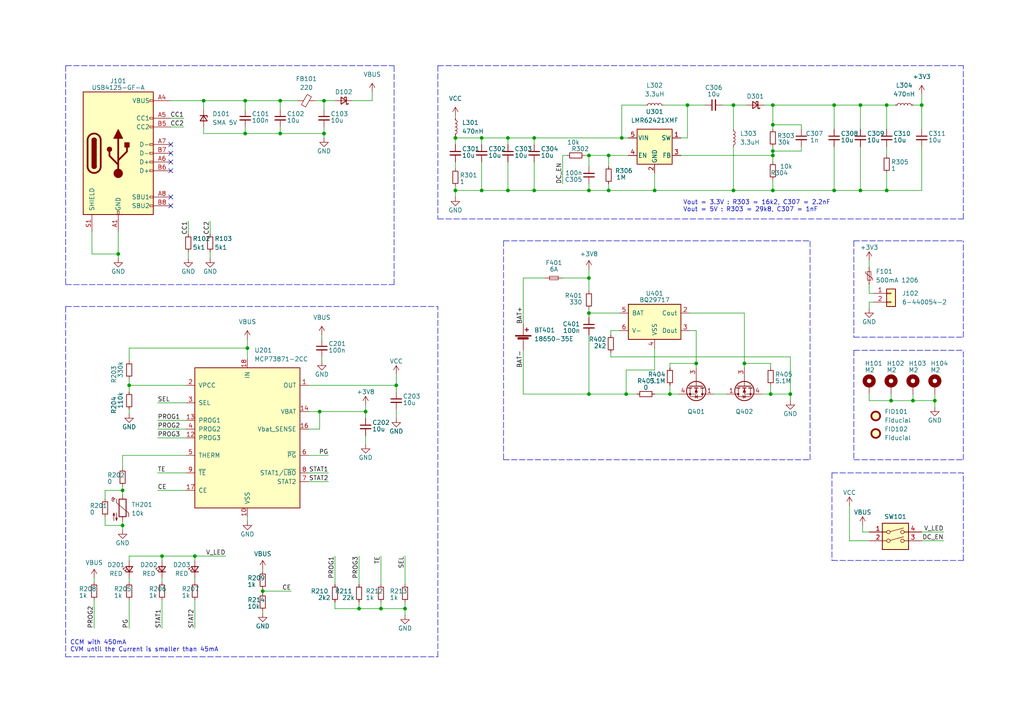
<source format=kicad_sch>
(kicad_sch (version 20211123) (generator eeschema)
  (paper "A4")
  (junction (at 147.32 55.245))
  (junction (at 110.49 176.53))
  (junction (at 224.155 43.815))
  (junction (at 176.53 55.245))
  (junction (at 35.56 142.24))
  (junction (at 258.445 116.205))
  (junction (at 170.815 55.245))
  (junction (at 71.12 38.735))
  (junction (at 71.755 100.965))
  (junction (at 212.725 55.245))
  (junction (at 176.53 45.085))
  (junction (at 215.9 105.41))
  (junction (at 271.145 116.205))
  (junction (at 170.815 114.3))
  (junction (at 37.465 111.76))
  (junction (at 154.94 40.005))
  (junction (at 139.7 55.245))
  (junction (at 199.39 30.48))
  (junction (at 104.14 176.53))
  (junction (at 93.98 38.735))
  (junction (at 117.475 176.53))
  (junction (at 81.28 38.735))
  (junction (at 241.935 55.245))
  (junction (at 71.12 29.21))
  (junction (at 139.7 40.005))
  (junction (at 132.08 55.245))
  (junction (at 154.94 55.245))
  (junction (at 35.56 152.4))
  (junction (at 170.815 80.645))
  (junction (at 229.235 114.3))
  (junction (at 212.725 30.48))
  (junction (at 56.515 161.29))
  (junction (at 249.555 55.245))
  (junction (at 114.935 111.76))
  (junction (at 241.935 30.48))
  (junction (at 267.335 30.48))
  (junction (at 223.52 114.3))
  (junction (at 257.175 30.48))
  (junction (at 147.32 40.005))
  (junction (at 132.08 40.005))
  (junction (at 224.155 36.195))
  (junction (at 81.28 29.21))
  (junction (at 93.98 29.21))
  (junction (at 34.29 73.66))
  (junction (at 201.93 105.41))
  (junction (at 106.045 119.38))
  (junction (at 189.865 55.245))
  (junction (at 76.2 171.45))
  (junction (at 224.155 30.48))
  (junction (at 92.71 119.38))
  (junction (at 180.34 40.005))
  (junction (at 224.155 55.245))
  (junction (at 170.815 45.085))
  (junction (at 46.99 161.29))
  (junction (at 170.815 90.805))
  (junction (at 264.795 116.205))
  (junction (at 249.555 30.48))
  (junction (at 59.055 29.21))
  (junction (at 224.155 45.085))
  (junction (at 194.31 114.3))
  (junction (at 181.61 114.3))
  (junction (at 257.175 55.245))
  (no_connect (at 49.53 59.69))
  (no_connect (at 49.53 57.15))
  (no_connect (at 49.53 41.91))
  (no_connect (at 49.53 49.53))
  (no_connect (at 49.53 46.99))
  (no_connect (at 49.53 44.45))
  (wire (pts (xy 59.055 36.83) (xy 59.055 38.735)))
  (wire (pts (xy 59.055 29.21) (xy 59.055 31.75)))
  (wire (pts (xy 89.535 119.38) (xy 92.71 119.38)))
  (wire (pts (xy 45.72 121.92) (xy 53.975 121.92)))
  (wire (pts (xy 224.155 42.545) (xy 224.155 43.815)))
  (wire (pts (xy 179.705 95.885) (xy 177.165 95.885)))
  (wire (pts (xy 59.055 38.735) (xy 71.12 38.735)))
  (wire (pts (xy 71.755 98.425) (xy 71.755 100.965)))
  (wire (pts (xy 176.53 53.34) (xy 176.53 55.245)))
  (wire (pts (xy 180.34 40.005) (xy 182.245 40.005)))
  (wire (pts (xy 92.71 119.38) (xy 106.045 119.38)))
  (wire (pts (xy 252.095 75.565) (xy 252.095 77.47)))
  (wire (pts (xy 271.145 116.205) (xy 271.145 118.11)))
  (wire (pts (xy 59.055 29.21) (xy 71.12 29.21)))
  (wire (pts (xy 180.34 30.48) (xy 180.34 40.005)))
  (wire (pts (xy 179.705 90.805) (xy 170.815 90.805)))
  (wire (pts (xy 267.335 30.48) (xy 267.335 37.465)))
  (polyline (pts (xy 19.05 82.55) (xy 114.3 82.55)))
  (wire (pts (xy 223.52 105.41) (xy 215.9 105.41)))
  (wire (pts (xy 194.31 106.68) (xy 194.31 105.41)))
  (wire (pts (xy 224.155 45.085) (xy 224.155 46.99)))
  (wire (pts (xy 170.815 97.155) (xy 170.815 114.3)))
  (wire (pts (xy 34.29 67.31) (xy 34.29 73.66)))
  (wire (pts (xy 147.32 41.91) (xy 147.32 40.005)))
  (wire (pts (xy 177.165 102.235) (xy 177.165 103.505)))
  (wire (pts (xy 49.53 34.29) (xy 53.34 34.29)))
  (wire (pts (xy 76.2 177.165) (xy 76.2 177.8)))
  (wire (pts (xy 215.9 105.41) (xy 215.9 106.68)))
  (wire (pts (xy 241.935 42.545) (xy 241.935 55.245)))
  (wire (pts (xy 45.72 116.84) (xy 53.975 116.84)))
  (wire (pts (xy 154.94 41.91) (xy 154.94 40.005)))
  (wire (pts (xy 249.555 42.545) (xy 249.555 55.245)))
  (wire (pts (xy 104.14 174.625) (xy 104.14 176.53)))
  (wire (pts (xy 223.52 114.3) (xy 223.52 111.76)))
  (wire (pts (xy 267.335 42.545) (xy 267.335 55.245)))
  (wire (pts (xy 264.795 114.3) (xy 264.795 116.205)))
  (wire (pts (xy 37.465 182.245) (xy 37.465 173.99)))
  (wire (pts (xy 229.235 114.3) (xy 229.235 116.205)))
  (polyline (pts (xy 247.65 69.85) (xy 279.4 69.85)))
  (wire (pts (xy 71.12 29.21) (xy 81.28 29.21)))
  (wire (pts (xy 30.48 149.86) (xy 30.48 152.4)))
  (wire (pts (xy 201.93 95.885) (xy 201.93 105.41)))
  (wire (pts (xy 199.39 40.005) (xy 199.39 30.48)))
  (wire (pts (xy 56.515 161.29) (xy 46.99 161.29)))
  (wire (pts (xy 106.045 121.285) (xy 106.045 119.38)))
  (wire (pts (xy 93.98 38.735) (xy 81.28 38.735)))
  (wire (pts (xy 163.195 80.645) (xy 170.815 80.645)))
  (polyline (pts (xy 146.05 133.35) (xy 234.95 133.35)))
  (wire (pts (xy 194.31 114.3) (xy 196.85 114.3)))
  (wire (pts (xy 71.12 36.83) (xy 71.12 38.735)))
  (polyline (pts (xy 279.4 63.5) (xy 279.4 19.05)))
  (wire (pts (xy 46.99 161.29) (xy 37.465 161.29)))
  (wire (pts (xy 102.235 29.21) (xy 107.95 29.21)))
  (wire (pts (xy 117.475 174.625) (xy 117.475 176.53)))
  (wire (pts (xy 117.475 161.29) (xy 117.475 169.545)))
  (polyline (pts (xy 146.05 69.85) (xy 146.05 133.35)))
  (wire (pts (xy 147.32 46.99) (xy 147.32 55.245)))
  (wire (pts (xy 26.67 73.66) (xy 34.29 73.66)))
  (wire (pts (xy 257.175 30.48) (xy 257.175 37.465)))
  (polyline (pts (xy 247.65 97.79) (xy 279.4 97.79)))
  (polyline (pts (xy 247.65 101.6) (xy 279.4 101.6)))
  (wire (pts (xy 30.48 142.24) (xy 35.56 142.24)))
  (wire (pts (xy 132.08 53.975) (xy 132.08 55.245)))
  (wire (pts (xy 249.555 55.245) (xy 241.935 55.245)))
  (wire (pts (xy 132.08 39.37) (xy 132.08 40.005)))
  (wire (pts (xy 34.29 73.66) (xy 34.29 74.93)))
  (wire (pts (xy 37.465 118.745) (xy 37.465 120.015)))
  (wire (pts (xy 46.99 167.64) (xy 46.99 168.91)))
  (wire (pts (xy 110.49 161.29) (xy 110.49 169.545)))
  (wire (pts (xy 151.765 80.645) (xy 151.765 93.98)))
  (wire (pts (xy 117.475 176.53) (xy 110.49 176.53)))
  (wire (pts (xy 257.175 30.48) (xy 259.715 30.48)))
  (wire (pts (xy 81.28 29.21) (xy 86.36 29.21)))
  (wire (pts (xy 27.305 167.64) (xy 27.305 168.91)))
  (wire (pts (xy 267.335 27.305) (xy 267.335 30.48)))
  (wire (pts (xy 139.7 46.99) (xy 139.7 55.245)))
  (wire (pts (xy 212.725 30.48) (xy 209.55 30.48)))
  (wire (pts (xy 56.515 162.56) (xy 56.515 161.29)))
  (wire (pts (xy 35.56 152.4) (xy 35.56 153.67)))
  (polyline (pts (xy 127 63.5) (xy 279.4 63.5)))
  (wire (pts (xy 76.2 165.1) (xy 76.2 165.735)))
  (wire (pts (xy 249.555 30.48) (xy 249.555 37.465)))
  (wire (pts (xy 139.7 41.91) (xy 139.7 40.005)))
  (wire (pts (xy 154.94 40.005) (xy 180.34 40.005)))
  (wire (pts (xy 181.61 114.3) (xy 184.785 114.3)))
  (wire (pts (xy 252.095 154.305) (xy 250.19 154.305)))
  (wire (pts (xy 37.465 161.29) (xy 37.465 162.56)))
  (wire (pts (xy 104.14 176.53) (xy 110.49 176.53)))
  (wire (pts (xy 224.155 30.48) (xy 224.155 36.195)))
  (polyline (pts (xy 247.65 101.6) (xy 247.65 133.35)))
  (wire (pts (xy 132.08 46.99) (xy 132.08 48.895)))
  (wire (pts (xy 154.94 46.99) (xy 154.94 55.245)))
  (wire (pts (xy 45.72 124.46) (xy 53.975 124.46)))
  (wire (pts (xy 35.56 140.97) (xy 35.56 142.24)))
  (wire (pts (xy 92.71 124.46) (xy 92.71 119.38)))
  (wire (pts (xy 89.535 124.46) (xy 92.71 124.46)))
  (wire (pts (xy 200.025 90.805) (xy 215.9 90.805)))
  (wire (pts (xy 35.56 142.24) (xy 35.56 143.51)))
  (wire (pts (xy 49.53 36.83) (xy 53.34 36.83)))
  (wire (pts (xy 200.025 95.885) (xy 201.93 95.885)))
  (wire (pts (xy 267.335 156.845) (xy 273.685 156.845)))
  (polyline (pts (xy 234.95 133.35) (xy 234.95 69.85)))
  (polyline (pts (xy 241.3 162.56) (xy 279.4 162.56)))
  (wire (pts (xy 54.61 73.025) (xy 54.61 74.93)))
  (wire (pts (xy 246.38 146.685) (xy 246.38 156.845)))
  (wire (pts (xy 110.49 174.625) (xy 110.49 176.53)))
  (wire (pts (xy 194.31 111.76) (xy 194.31 114.3)))
  (wire (pts (xy 192.405 30.48) (xy 199.39 30.48)))
  (wire (pts (xy 93.98 29.21) (xy 93.98 31.75)))
  (wire (pts (xy 114.935 108.585) (xy 114.935 111.76)))
  (wire (pts (xy 207.01 114.3) (xy 210.82 114.3)))
  (wire (pts (xy 197.485 45.085) (xy 224.155 45.085)))
  (polyline (pts (xy 146.05 69.85) (xy 234.95 69.85)))
  (wire (pts (xy 194.31 105.41) (xy 201.93 105.41)))
  (wire (pts (xy 147.32 40.005) (xy 139.7 40.005)))
  (wire (pts (xy 229.235 114.3) (xy 223.52 114.3)))
  (polyline (pts (xy 114.3 82.55) (xy 114.3 19.05)))
  (wire (pts (xy 76.2 170.815) (xy 76.2 171.45)))
  (wire (pts (xy 201.93 105.41) (xy 201.93 106.68)))
  (wire (pts (xy 212.725 30.48) (xy 216.535 30.48)))
  (wire (pts (xy 46.99 162.56) (xy 46.99 161.29)))
  (wire (pts (xy 176.53 45.085) (xy 182.245 45.085)))
  (wire (pts (xy 264.795 116.205) (xy 271.145 116.205)))
  (wire (pts (xy 224.155 36.195) (xy 232.41 36.195)))
  (wire (pts (xy 37.465 100.965) (xy 71.755 100.965)))
  (wire (pts (xy 252.095 116.205) (xy 258.445 116.205)))
  (wire (pts (xy 232.41 42.545) (xy 232.41 43.815)))
  (wire (pts (xy 132.08 55.245) (xy 132.08 57.15)))
  (polyline (pts (xy 19.05 19.05) (xy 114.3 19.05)))
  (wire (pts (xy 252.095 82.55) (xy 252.095 85.09)))
  (wire (pts (xy 170.815 78.105) (xy 170.815 80.645)))
  (polyline (pts (xy 279.4 162.56) (xy 279.4 137.16)))
  (wire (pts (xy 267.335 154.305) (xy 273.685 154.305)))
  (wire (pts (xy 71.755 151.13) (xy 71.755 149.86)))
  (wire (pts (xy 35.56 151.13) (xy 35.56 152.4)))
  (polyline (pts (xy 247.65 69.85) (xy 247.65 97.79)))
  (wire (pts (xy 106.045 126.365) (xy 106.045 128.905)))
  (wire (pts (xy 35.56 132.08) (xy 35.56 135.89)))
  (wire (pts (xy 176.53 55.245) (xy 189.865 55.245)))
  (wire (pts (xy 49.53 29.21) (xy 59.055 29.21)))
  (wire (pts (xy 271.145 116.205) (xy 271.145 114.3)))
  (wire (pts (xy 252.095 89.535) (xy 252.095 87.63)))
  (wire (pts (xy 229.235 103.505) (xy 229.235 114.3)))
  (wire (pts (xy 114.935 111.76) (xy 114.935 113.665)))
  (wire (pts (xy 252.095 87.63) (xy 253.365 87.63)))
  (wire (pts (xy 60.96 73.025) (xy 60.96 74.93)))
  (wire (pts (xy 71.12 38.735) (xy 81.28 38.735)))
  (wire (pts (xy 257.175 50.165) (xy 257.175 55.245)))
  (wire (pts (xy 189.865 50.165) (xy 189.865 55.245)))
  (polyline (pts (xy 19.05 88.9) (xy 127 88.9)))
  (wire (pts (xy 151.765 114.3) (xy 170.815 114.3)))
  (wire (pts (xy 170.815 45.085) (xy 176.53 45.085)))
  (wire (pts (xy 232.41 43.815) (xy 224.155 43.815)))
  (wire (pts (xy 97.155 161.29) (xy 97.155 169.545)))
  (wire (pts (xy 197.485 40.005) (xy 199.39 40.005)))
  (wire (pts (xy 170.815 90.805) (xy 170.815 92.075)))
  (wire (pts (xy 37.465 111.76) (xy 37.465 113.665)))
  (wire (pts (xy 93.98 38.735) (xy 93.98 40.005)))
  (wire (pts (xy 189.865 55.245) (xy 212.725 55.245)))
  (wire (pts (xy 223.52 106.68) (xy 223.52 105.41)))
  (wire (pts (xy 170.815 80.645) (xy 170.815 84.455)))
  (wire (pts (xy 241.935 30.48) (xy 241.935 37.465)))
  (polyline (pts (xy 247.65 133.35) (xy 279.4 133.35)))
  (wire (pts (xy 224.155 55.245) (xy 241.935 55.245)))
  (polyline (pts (xy 279.4 97.79) (xy 279.4 69.85)))
  (wire (pts (xy 37.465 111.76) (xy 37.465 109.855)))
  (wire (pts (xy 93.98 29.21) (xy 97.155 29.21)))
  (polyline (pts (xy 127 19.05) (xy 279.4 19.05)))
  (wire (pts (xy 151.765 101.6) (xy 151.765 114.3)))
  (wire (pts (xy 95.25 132.08) (xy 89.535 132.08)))
  (wire (pts (xy 76.2 171.45) (xy 76.2 172.085)))
  (wire (pts (xy 176.53 45.085) (xy 176.53 48.26)))
  (wire (pts (xy 95.25 137.16) (xy 89.535 137.16)))
  (wire (pts (xy 224.155 43.815) (xy 224.155 45.085)))
  (wire (pts (xy 37.465 111.76) (xy 53.975 111.76)))
  (wire (pts (xy 81.28 36.83) (xy 81.28 38.735)))
  (wire (pts (xy 258.445 116.205) (xy 264.795 116.205)))
  (wire (pts (xy 169.545 45.085) (xy 170.815 45.085)))
  (wire (pts (xy 212.725 37.465) (xy 212.725 30.48)))
  (wire (pts (xy 91.44 29.21) (xy 93.98 29.21)))
  (wire (pts (xy 71.755 100.965) (xy 71.755 104.14)))
  (wire (pts (xy 37.465 104.775) (xy 37.465 100.965)))
  (wire (pts (xy 132.08 40.005) (xy 132.08 41.91)))
  (wire (pts (xy 177.165 103.505) (xy 229.235 103.505)))
  (wire (pts (xy 89.535 111.76) (xy 114.935 111.76)))
  (wire (pts (xy 232.41 36.195) (xy 232.41 37.465)))
  (polyline (pts (xy 19.05 19.05) (xy 19.05 82.55)))
  (wire (pts (xy 221.615 30.48) (xy 224.155 30.48)))
  (wire (pts (xy 117.475 176.53) (xy 117.475 178.435)))
  (wire (pts (xy 45.72 137.16) (xy 53.975 137.16)))
  (wire (pts (xy 220.98 114.3) (xy 223.52 114.3)))
  (wire (pts (xy 170.815 53.34) (xy 170.815 55.245)))
  (wire (pts (xy 106.045 117.475) (xy 106.045 119.38)))
  (wire (pts (xy 107.95 26.67) (xy 107.95 29.21)))
  (wire (pts (xy 187.325 30.48) (xy 180.34 30.48)))
  (wire (pts (xy 147.32 55.245) (xy 139.7 55.245)))
  (wire (pts (xy 104.14 161.29) (xy 104.14 169.545)))
  (wire (pts (xy 46.99 182.245) (xy 46.99 173.99)))
  (wire (pts (xy 189.865 100.965) (xy 189.865 107.315)))
  (wire (pts (xy 264.795 30.48) (xy 267.335 30.48)))
  (wire (pts (xy 170.815 90.805) (xy 170.815 89.535)))
  (wire (pts (xy 215.9 90.805) (xy 215.9 105.41)))
  (polyline (pts (xy 279.4 133.35) (xy 279.4 101.6)))
  (wire (pts (xy 97.155 174.625) (xy 97.155 176.53)))
  (wire (pts (xy 258.445 114.3) (xy 258.445 116.205)))
  (wire (pts (xy 27.305 182.245) (xy 27.305 173.99)))
  (wire (pts (xy 54.61 67.945) (xy 54.61 64.135)))
  (wire (pts (xy 199.39 30.48) (xy 204.47 30.48)))
  (polyline (pts (xy 19.05 190.5) (xy 127 190.5)))
  (wire (pts (xy 224.155 52.07) (xy 224.155 55.245)))
  (wire (pts (xy 154.94 55.245) (xy 147.32 55.245)))
  (wire (pts (xy 212.725 55.245) (xy 224.155 55.245)))
  (wire (pts (xy 132.08 33.655) (xy 132.08 34.29)))
  (wire (pts (xy 26.67 67.31) (xy 26.67 73.66)))
  (wire (pts (xy 147.32 40.005) (xy 154.94 40.005)))
  (wire (pts (xy 164.465 45.085) (xy 163.195 45.085)))
  (wire (pts (xy 250.19 154.305) (xy 250.19 152.4)))
  (wire (pts (xy 252.095 85.09) (xy 253.365 85.09)))
  (polyline (pts (xy 241.3 137.16) (xy 241.3 162.56)))
  (wire (pts (xy 170.815 114.3) (xy 181.61 114.3)))
  (wire (pts (xy 37.465 167.64) (xy 37.465 168.91)))
  (polyline (pts (xy 127 190.5) (xy 127 88.9)))
  (wire (pts (xy 56.515 161.29) (xy 65.405 161.29)))
  (wire (pts (xy 249.555 55.245) (xy 257.175 55.245)))
  (wire (pts (xy 257.175 42.545) (xy 257.175 45.085)))
  (wire (pts (xy 158.115 80.645) (xy 151.765 80.645)))
  (wire (pts (xy 71.12 31.75) (xy 71.12 29.21)))
  (wire (pts (xy 224.155 30.48) (xy 241.935 30.48)))
  (wire (pts (xy 81.28 29.21) (xy 81.28 31.75)))
  (wire (pts (xy 114.935 118.745) (xy 114.935 121.285)))
  (polyline (pts (xy 241.3 137.16) (xy 279.4 137.16)))
  (wire (pts (xy 56.515 182.245) (xy 56.515 173.99)))
  (wire (pts (xy 189.865 114.3) (xy 194.31 114.3)))
  (wire (pts (xy 132.08 40.005) (xy 139.7 40.005)))
  (wire (pts (xy 252.095 114.3) (xy 252.095 116.205)))
  (wire (pts (xy 189.865 107.315) (xy 181.61 107.315)))
  (wire (pts (xy 212.725 42.545) (xy 212.725 55.245)))
  (wire (pts (xy 163.195 45.085) (xy 163.195 53.34)))
  (wire (pts (xy 177.165 95.885) (xy 177.165 97.155)))
  (wire (pts (xy 93.345 97.155) (xy 93.345 98.425)))
  (wire (pts (xy 154.94 55.245) (xy 170.815 55.245)))
  (wire (pts (xy 60.96 67.945) (xy 60.96 64.135)))
  (wire (pts (xy 95.25 139.7) (xy 89.535 139.7)))
  (wire (pts (xy 30.48 152.4) (xy 35.56 152.4)))
  (wire (pts (xy 139.7 55.245) (xy 132.08 55.245)))
  (wire (pts (xy 170.815 55.245) (xy 176.53 55.245)))
  (wire (pts (xy 181.61 107.315) (xy 181.61 114.3)))
  (wire (pts (xy 56.515 167.64) (xy 56.515 168.91)))
  (wire (pts (xy 249.555 30.48) (xy 241.935 30.48)))
  (wire (pts (xy 224.155 37.465) (xy 224.155 36.195)))
  (wire (pts (xy 93.345 103.505) (xy 93.345 104.775)))
  (wire (pts (xy 93.98 36.83) (xy 93.98 38.735)))
  (polyline (pts (xy 127 19.05) (xy 127 63.5)))
  (wire (pts (xy 45.72 127) (xy 53.975 127)))
  (polyline (pts (xy 19.05 88.9) (xy 19.05 190.5)))
  (wire (pts (xy 97.155 176.53) (xy 104.14 176.53)))
  (wire (pts (xy 170.815 48.26) (xy 170.815 45.085)))
  (wire (pts (xy 84.455 171.45) (xy 76.2 171.45)))
  (wire (pts (xy 249.555 30.48) (xy 257.175 30.48)))
  (wire (pts (xy 246.38 156.845) (xy 252.095 156.845)))
  (wire (pts (xy 30.48 144.78) (xy 30.48 142.24)))
  (wire (pts (xy 257.175 55.245) (xy 267.335 55.245)))
  (wire (pts (xy 53.975 132.08) (xy 35.56 132.08)))
  (wire (pts (xy 45.72 142.24) (xy 53.975 142.24)))
  (text "Vout = 3.3V : R303 = 16k2, C307 = 2.2nF \nVout = 5V : R303 = 29k8, C307 = 1nF\n" (at 198.12 61.595 0) (effects (font (size 1.27 1.27)) (justify left bottom)))
  (text "CCM with 450mA\nCVM until the Current is smaller than 45mA" (at 20.32 189.23 0) (effects (font (size 1.27 1.27)) (justify left bottom)))
  (label "PROG1" (at 45.72 121.92 0))
  (label "CE" (at 45.72 142.24 0))
  (label "TE" (at 45.72 137.16 0))
  (label "PG" (at 37.465 182.245 90))
  (label "PROG3" (at 45.72 127 0))
  (label "PG" (at 95.25 132.08 180))
  (label "PROG2" (at 45.72 124.46 0))
  (label "STAT2" (at 95.25 139.7 180))
  (label "PROG1" (at 97.155 161.29 270))
  (label "BAT-" (at 151.765 101.6 270))
  (label "SEL" (at 117.475 161.29 270))
  (label "CC1" (at 53.34 34.29 180))
  (label "CC1" (at 54.61 64.135 270))
  (label "STAT2" (at 56.515 182.245 90))
  (label "STAT1" (at 95.25 137.16 180))
  (label "PROG3" (at 104.14 161.29 270))
  (label "V_LED" (at 65.405 161.29 180))
  (label "DC_EN" (at 163.195 53.34 90))
  (label "TE" (at 110.49 161.29 270))
  (label "STAT1" (at 46.99 182.245 90))
  (label "CC2" (at 60.96 64.135 270))
  (label "CE" (at 84.455 171.45 180))
  (label "PROG2" (at 27.305 182.245 90))
  (label "V_LED" (at 273.685 154.305 180))
  (label "SEL" (at 45.72 116.84 0))
  (label "DC_EN" (at 273.685 156.845 180))
  (label "CC2" (at 53.34 36.83 180))
  (label "BAT+" (at 151.765 93.98 90))
  (symbol (lib_id "power:VBUS") (at 76.2 165.1 0) (unit 1)
    (property "Reference" "#PWR0110" (effects hide))
    (property "Value" "VBUS" (at 76.2 160.655 0))
  )
  (symbol (lib_id "Mechanical:MountingHole_Pad") (at 252.095 111.76 0) (unit 1)
    (property "Reference" "H101" (at 250.825 105.41 0) (effects (justify left)))
    (property "Value" "M2" (at 250.825 107.315 0) (effects (justify left)))
    (property "Footprint" "MountingHole:MountingHole_2.2mm_M2_Pad" (effects hide))
  )
  (symbol (lib_id "power:GND") (at 37.465 120.015 0) (unit 1)
    (property "Reference" "#PWR0202" (effects hide))
    (property "Value" "GND" (at 37.465 123.825 0))
  )
  (symbol (lib_id "Device:C_Small") (at 170.815 94.615 0) (mirror y) (unit 1)
    (property "Reference" "C401" (at 168.275 93.98 0) (effects (justify left)))
    (property "Value" "100n" (at 168.275 95.8912 0) (effects (justify left)))
    (property "Footprint" "Capacitor_SMD:C_0603_1608Metric" (effects hide))
    (property "Datasheet" "https://www.mouser.de/datasheet/2/585/MLCC_Automotive-1837966.pdf" (effects hide))
    (property "Mouser Part Nr." "187-CL10B104KO8WPNC " (effects hide))
  )
  (symbol (lib_id "Device:R_Small") (at 30.48 147.32 0) (unit 1)
    (property "Reference" "R201" (at 26.035 146.6851 0) (effects (justify left)))
    (property "Value" "0" (at 26.035 148.59 0) (effects (justify left)))
    (property "Footprint" "Resistor_SMD:R_0603_1608Metric" (effects hide))
    (property "Datasheet" "https://www.mouser.de/datasheet/2/447/PYu_RC_Group_51_RoHS_L_11-1984063.pdf" (effects hide))
    (property "Mouser Part Nr." "603-RC0603JR-070RL " (effects hide))
  )
  (symbol (lib_id "power:GND") (at 132.08 57.15 0) (unit 1)
    (property "Reference" "#PWR0302" (effects hide))
    (property "Value" "GND" (at 132.08 60.96 0))
  )
  (symbol (lib_id "Device:C_Small") (at 232.41 40.005 0) (unit 1)
    (property "Reference" "C307" (at 236.22 38.735 0))
    (property "Value" "1n" (at 236.22 40.64 0))
    (property "Footprint" "Capacitor_SMD:C_0603_1608Metric" (effects hide))
    (property "Datasheet" "https://www.mouser.de/datasheet/2/585/MLCC-1837944.pdf" (effects hide))
    (property "Mouser Part Nr." "187-CL10C102JB8NNND " (effects hide))
  )
  (symbol (lib_id "Device:R_Small") (at 37.465 107.315 180) (unit 1)
    (property "Reference" "R203" (at 33.02 106.045 90) (effects (justify left)))
    (property "Value" "330k" (at 34.925 104.775 90) (effects (justify left)))
    (property "Footprint" "Resistor_SMD:R_0603_1608Metric" (effects hide))
    (property "Datasheet" "https://www.mouser.de/datasheet/2/447/PYu_RC_Group_51_RoHS_L_11-1984063.pdf" (effects hide))
    (property "Mouser Part Nr." "603-RC0603FR-13330KL " (effects hide))
  )
  (symbol (lib_id "Device:D_Schottky_Small") (at 99.695 29.21 180) (unit 1)
    (property "Reference" "D102" (at 99.695 26.67 0))
    (property "Value" "ACDBMS240-HF " (effects hide))
    (property "Footprint" "Diode_SMD:D_SOD-123F" (effects hide))
    (property "Datasheet" "https://www.mouser.de/datasheet/2/80/12030_20190322133442-2933606.pdf" (effects hide))
    (property "Mouser Part Nr." "750-ACDBMS240-HF " (effects hide))
  )
  (symbol (lib_id "Device:R_Small") (at 27.305 171.45 0) (unit 1)
    (property "Reference" "R208" (at 22.86 170.815 0) (effects (justify left)))
    (property "Value" "1k" (at 22.86 172.72 0) (effects (justify left)))
    (property "Footprint" "Resistor_SMD:R_0603_1608Metric" (effects hide))
    (property "Datasheet" "https://www.mouser.de/datasheet/2/447/PYu_RC_Group_51_RoHS_L_11-1984063.pdf" (effects hide))
    (property "Mouser Part Nr." "603-RC0603JR-071KL " (effects hide))
  )
  (symbol (lib_id "Device:C_Small") (at 257.175 40.005 0) (unit 1)
    (property "Reference" "C310" (at 259.08 38.7412 0) (effects (justify left)))
    (property "Value" "10u" (at 259.08 40.64 0) (effects (justify left)))
    (property "Footprint" "Capacitor_SMD:C_0805_2012Metric" (effects hide))
    (property "Datasheet" "https://www.mouser.de/datasheet/2/585/MLCC-1837944.pdf" (effects hide))
    (property "Mouser Part Nr." "187-CL21A106KOQNNNE " (effects hide))
  )
  (symbol (lib_id "Device:R_Small") (at 37.465 116.205 180) (unit 1)
    (property "Reference" "R204" (at 33.02 114.935 90) (effects (justify left)))
    (property "Value" "110k" (at 34.925 113.665 90) (effects (justify left)))
    (property "Footprint" "Resistor_SMD:R_0603_1608Metric" (effects hide))
    (property "Datasheet" "https://www.mouser.de/datasheet/2/447/PYu_RC_Group_51_RoHS_L_11-1984063.pdf" (effects hide))
    (property "Mouser Part Nr." "603-RC0603JR-13110KL " (effects hide))
  )
  (symbol (lib_id "Connector_Generic:Conn_01x02") (at 258.445 85.09 0) (unit 1)
    (property "Reference" "J102" (at 261.62 85.0899 0) (effects (justify left)))
    (property "Value" "6-440054-2 " (at 261.62 87.6299 0) (effects (justify left)))
    (property "Footprint" "Parts_Library:6-440054-2 2 Pin Header" (effects hide))
    (property "Datasheet" "https://www.te.com/commerce/DocumentDelivery/DDEController?Action=srchrtrv&DocNm=440054&DocType=Customer+Drawing&DocLang=English&PartCntxt=6-440054-2&DocFormat=pdf" (effects hide))
    (property "Mouser Part Nr." "6-440054-2 " (effects hide))
  )
  (symbol (lib_id "power:VBUS") (at 71.755 98.425 0) (unit 1)
    (property "Reference" "#PWR0204" (effects hide))
    (property "Value" "VBUS" (at 71.755 93.345 0))
  )
  (symbol (lib_id "power:+3V8") (at 170.815 78.105 0) (unit 1)
    (property "Reference" "#PWR0401" (effects hide))
    (property "Value" "+3V8" (at 170.815 73.66 0))
  )
  (symbol (lib_id "Device:C_Small") (at 93.98 34.29 0) (unit 1)
    (property "Reference" "C103" (at 95.885 33.0262 0) (effects (justify left)))
    (property "Value" "10u" (at 95.885 34.925 0) (effects (justify left)))
    (property "Footprint" "Capacitor_SMD:C_0805_2012Metric" (effects hide))
    (property "Datasheet" "https://www.mouser.de/datasheet/2/585/MLCC-1837944.pdf" (effects hide))
    (property "Mouser Part Nr." "187-CL21A106KOQNNNE " (effects hide))
  )
  (symbol (lib_id "Mechanical:MountingHole_Pad") (at 264.795 111.76 0) (unit 1)
    (property "Reference" "H103" (at 263.525 105.41 0) (effects (justify left)))
    (property "Value" "M2" (at 263.525 107.315 0) (effects (justify left)))
    (property "Footprint" "MountingHole:MountingHole_2.2mm_M2_Pad" (effects hide))
  )
  (symbol (lib_id "Mechanical:MountingHole_Pad") (at 258.445 111.76 0) (unit 1)
    (property "Reference" "H102" (at 257.175 105.41 0) (effects (justify left)))
    (property "Value" "M2" (at 257.175 107.315 0) (effects (justify left)))
    (property "Footprint" "MountingHole:MountingHole_2.2mm_M2_Pad" (effects hide))
  )
  (symbol (lib_id "Device:C_Small") (at 71.12 34.29 0) (unit 1)
    (property "Reference" "C101" (at 73.025 33.0262 0) (effects (justify left)))
    (property "Value" "100n" (at 73.025 34.925 0) (effects (justify left)))
    (property "Footprint" "Capacitor_SMD:C_0603_1608Metric" (effects hide))
    (property "Datasheet" "https://www.mouser.de/datasheet/2/585/MLCC_Automotive-1837966.pdf" (effects hide))
    (property "Mouser Part Nr." "187-CL10B104KO8WPNC " (effects hide))
  )
  (symbol (lib_id "Device:R_Small") (at 257.175 47.625 0) (unit 1)
    (property "Reference" "R305" (at 258.445 46.9901 0) (effects (justify left)))
    (property "Value" "1" (at 258.445 48.895 0) (effects (justify left)))
    (property "Footprint" "Resistor_SMD:R_0603_1608Metric" (effects hide))
    (property "Datasheet" "https://www.mouser.de/datasheet/2/447/PYu_RC_Group_51_RoHS_L_11-1984063.pdf" (effects hide))
    (property "Mouser Part Nr." "603-RC0603JR-071RL " (effects hide))
  )
  (symbol (lib_id "power:GND") (at 117.475 178.435 0) (unit 1)
    (property "Reference" "#PWR0210" (effects hide))
    (property "Value" "GND" (at 117.475 182.245 0))
  )
  (symbol (lib_id "Device:R_Small") (at 223.52 109.22 0) (unit 1)
    (property "Reference" "R405" (at 224.79 108.5851 0) (effects (justify left)))
    (property "Value" "5.1M" (at 224.79 110.49 0) (effects (justify left)))
    (property "Footprint" "Resistor_SMD:R_0603_1608Metric" (effects hide))
    (property "Datasheet" "https://www.mouser.de/datasheet/2/447/PYu_AC_51_RoHS_L_9-3005297.pdf" (effects hide))
    (property "Mouser Part Nr." "603-AC0603FR-075M1L" (effects hide))
  )
  (symbol (lib_id "Device:L_Small") (at 132.08 36.83 0) (unit 1)
    (property "Reference" "L301" (at 133.985 35.5599 0) (effects (justify left)))
    (property "Value" "470nH" (at 133.985 38.0999 0) (effects (justify left)))
    (property "Footprint" "Parts_Library:IND_0806_2016" (effects hide))
    (property "Datasheet" "https://www.mouser.de/datasheet/2/396/wound10_e-1396630.pdf" (effects hide))
    (property "Mouser Part Nr." "963-MAKK2016TR47M " (effects hide))
  )
  (symbol (lib_id "power:GND") (at 93.98 40.005 0) (unit 1)
    (property "Reference" "#PWR0105" (effects hide))
    (property "Value" "GND" (at 93.98 43.815 0))
  )
  (symbol (lib_id "power:VBUS") (at 107.95 26.67 0) (unit 1)
    (property "Reference" "#PWR0104" (effects hide))
    (property "Value" "VBUS" (at 107.95 21.59 0))
  )
  (symbol (lib_id "Device:R_Small") (at 177.165 99.695 0) (mirror x) (unit 1)
    (property "Reference" "R402" (at 175.895 98.4251 0) (effects (justify right)))
    (property "Value" "2k2" (at 175.895 100.33 0) (effects (justify right)))
    (property "Footprint" "Resistor_SMD:R_0603_1608Metric" (effects hide))
    (property "Datasheet" "https://www.mouser.de/datasheet/2/447/PYu_RC_Group_51_RoHS_L_11-1984063.pdf" (effects hide))
    (property "Mouser Part Nr." "603-RC0603FR-072K2L " (effects hide))
  )
  (symbol (lib_id "Device:L_Small") (at 262.255 30.48 90) (unit 1)
    (property "Reference" "L304" (at 262.255 24.765 90))
    (property "Value" "470nH" (at 262.255 27.305 90))
    (property "Footprint" "Parts_Library:IND_0806_2016" (effects hide))
    (property "Datasheet" "https://www.mouser.de/datasheet/2/396/wound10_e-1396630.pdf" (effects hide))
    (property "Mouser Part Nr." "963-MAKK2016TR47M " (effects hide))
  )
  (symbol (lib_id "Device:R_Small") (at 60.96 70.485 0) (unit 1)
    (property "Reference" "R103" (at 62.23 69.215 0) (effects (justify left)))
    (property "Value" "5k1" (at 62.23 71.755 0) (effects (justify left)))
    (property "Footprint" "Resistor_SMD:R_0603_1608Metric" (effects hide))
    (property "Datasheet" "https://www.mouser.de/datasheet/2/447/PYu_RC_Group_51_RoHS_L_11-1984063.pdf" (effects hide))
    (property "Mouser Part Nr." "603-RC0603JR-075K1L" (effects hide))
  )
  (symbol (lib_id "Device:D_Zener_Small") (at 59.055 34.29 270) (unit 1)
    (property "Reference" "D101" (at 61.595 33.0199 90) (effects (justify left)))
    (property "Value" "SMA 5V" (at 61.595 35.5599 90) (effects (justify left)))
    (property "Footprint" "Diode_SMD:D_SMA" (effects hide))
    (property "Datasheet" "https://www.diodes.com/assets/Datasheets/ds18015.pdf" (effects hide))
    (property "Mouser Part Nr." "621-SMAZ5V6-F " (effects hide))
  )
  (symbol (lib_id "Device:R_Small") (at 224.155 40.005 180) (unit 1)
    (property "Reference" "R303" (at 230.505 39.37 0) (effects (justify left)))
    (property "Value" "30k" (at 229.235 41.275 0) (effects (justify left)))
    (property "Footprint" "Resistor_SMD:R_0603_1608Metric" (effects hide))
    (property "Datasheet" "https://www.mouser.de/datasheet/2/315/AOA0000C304-1149620.pdf" (effects hide))
    (property "Mouser Part Nr." "667-ERJ-3EKF3002V " (effects hide))
  )
  (symbol (lib_id "Device:R_Small") (at 110.49 172.085 0) (unit 1)
    (property "Reference" "R212" (at 106.045 171.45 0) (effects (justify left)))
    (property "Value" "1k" (at 106.045 173.355 0) (effects (justify left)))
    (property "Footprint" "Resistor_SMD:R_0603_1608Metric" (effects hide))
    (property "Datasheet" "https://www.mouser.de/datasheet/2/447/PYu_RC_Group_51_RoHS_L_11-1984063.pdf" (effects hide))
    (property "Mouser Part Nr." "603-RC0603JR-071KL " (effects hide))
  )
  (symbol (lib_id "power:GND") (at 93.345 104.775 0) (unit 1)
    (property "Reference" "#PWR0207" (effects hide))
    (property "Value" "GND" (at 93.345 108.585 0))
  )
  (symbol (lib_id "Device:C_Small") (at 267.335 40.005 0) (unit 1)
    (property "Reference" "C311" (at 269.24 38.7412 0) (effects (justify left)))
    (property "Value" "10u" (at 269.24 40.64 0) (effects (justify left)))
    (property "Footprint" "Capacitor_SMD:C_0805_2012Metric" (effects hide))
    (property "Datasheet" "https://www.mouser.de/datasheet/2/585/MLCC-1837944.pdf" (effects hide))
    (property "Mouser Part Nr." "187-CL21A106KOQNNNE " (effects hide))
  )
  (symbol (lib_id "power:+3V3") (at 267.335 27.305 0) (unit 1)
    (property "Reference" "#PWR0303" (effects hide))
    (property "Value" "+3V3" (at 267.335 22.225 0))
  )
  (symbol (lib_id "Device:R_Small") (at 194.31 109.22 0) (mirror y) (unit 1)
    (property "Reference" "R404" (at 193.04 108.5851 0) (effects (justify left)))
    (property "Value" "5.1M" (at 193.04 110.49 0) (effects (justify left)))
    (property "Footprint" "Resistor_SMD:R_0603_1608Metric" (effects hide))
    (property "Datasheet" "https://www.mouser.de/datasheet/2/447/PYu_AC_51_RoHS_L_9-3005297.pdf" (effects hide))
    (property "Mouser Part Nr." "603-AC0603FR-075M1L" (effects hide))
  )
  (symbol (lib_id "Device:LED_Small") (at 37.465 165.1 90) (unit 1)
    (property "Reference" "D201" (at 33.655 163.83 90))
    (property "Value" "RED" (at 33.655 166.37 90))
    (property "Footprint" "LED_SMD:LED_0603_1608Metric" (effects hide))
    (property "Datasheet" "https://www.mouser.de/datasheet/2/445/150060RS75000-1715052.pdf" (effects hide))
    (property "Mouser Part Nr." "710-150060RS75000 " (effects hide))
  )
  (symbol (lib_id "Switch:SW_DIP_x02") (at 259.715 156.845 0) (unit 1)
    (property "Reference" "SW101" (at 259.715 149.86 0))
    (property "Value" "DS04-254-2-02BK-SMT " (effects hide))
    (property "Footprint" "Footprints:SW_DS04-254-2-02BK-SMT" (effects hide))
    (property "Datasheet" "https://www.mouser.de/datasheet/2/670/ds04_254_smt-1777718.pdf" (effects hide))
    (property "Mouser Part Nr." "490-DS04254202BK-SMT " (effects hide))
  )
  (symbol (lib_id "Mechanical:Fiducial") (at 254 120.65 0) (unit 1)
    (property "Reference" "FID101" (at 256.54 119.3799 0) (effects (justify left)))
    (property "Value" "Fiducial" (at 256.54 121.9199 0) (effects (justify left)))
    (property "Footprint" "Fiducial:Fiducial_1mm_Mask2mm" (effects hide))
  )
  (symbol (lib_id "Device:Fuse_Small") (at 160.655 80.645 0) (unit 1)
    (property "Reference" "F401" (at 160.655 76.2 0))
    (property "Value" "6A" (at 160.655 78.105 0))
    (property "Footprint" "Fuse:Fuse_0805_2012Metric" (effects hide))
    (property "Datasheet" "https://www.mouser.de/datasheet/2/643/ds-CP-c2f-series-1291054.pdf" (effects hide))
    (property "Mouser Part Nr." "530-0686F6000-01 " (effects hide))
  )
  (symbol (lib_id "Battery_Management:MCP73871-2CC") (at 71.755 127 0) (unit 1)
    (property "Reference" "U201" (at 73.7744 101.6 0) (effects (justify left)))
    (property "Value" "MCP73871-2CC" (at 73.7744 104.14 0) (effects (justify left)))
    (property "Footprint" "Package_DFN_QFN:QFN-20-1EP_4x4mm_P0.5mm_EP2.5x2.5mm" (effects hide))
    (property "Datasheet" "http://www.mouser.com/ds/2/268/22090a-52174.pdf" (effects hide))
  )
  (symbol (lib_id "Device:C_Small") (at 154.94 44.45 0) (unit 1)
    (property "Reference" "C304" (at 156.845 43.1862 0) (effects (justify left)))
    (property "Value" "10u" (at 156.845 45.085 0) (effects (justify left)))
    (property "Footprint" "Capacitor_SMD:C_0805_2012Metric" (effects hide))
    (property "Datasheet" "https://www.mouser.de/datasheet/2/585/MLCC-1837944.pdf" (effects hide))
    (property "Mouser Part Nr." "187-CL21A106KOQNNNE " (effects hide))
  )
  (symbol (lib_id "Device:R_Small") (at 56.515 171.45 0) (unit 1)
    (property "Reference" "R207" (at 52.705 170.8151 0) (effects (justify left)))
    (property "Value" "1k" (at 52.705 172.72 0) (effects (justify left)))
    (property "Footprint" "Resistor_SMD:R_0603_1608Metric" (effects hide))
    (property "Datasheet" "https://www.mouser.de/datasheet/2/447/PYu_RC_Group_51_RoHS_L_11-1984063.pdf" (effects hide))
    (property "Mouser Part Nr." "603-RC0603JR-071KL " (effects hide))
  )
  (symbol (lib_id "power:GND") (at 34.29 74.93 0) (unit 1)
    (property "Reference" "#PWR0101" (effects hide))
    (property "Value" "GND" (at 34.29 78.74 0))
  )
  (symbol (lib_id "power:VCC") (at 114.935 108.585 0) (unit 1)
    (property "Reference" "#PWR0211" (effects hide))
    (property "Value" "VCC" (at 114.935 104.775 0))
  )
  (symbol (lib_id "Device:R_Small") (at 76.2 168.275 0) (unit 1)
    (property "Reference" "R209" (at 71.755 167.64 0) (effects (justify left)))
    (property "Value" "1k" (at 71.755 169.545 0) (effects (justify left)))
    (property "Footprint" "Resistor_SMD:R_0603_1608Metric" (effects hide))
    (property "Datasheet" "https://www.mouser.de/datasheet/2/447/PYu_RC_Group_51_RoHS_L_11-1984063.pdf" (effects hide))
    (property "Mouser Part Nr." "603-RC0603JR-071KL " (effects hide))
  )
  (symbol (lib_id "power:VCC") (at 132.08 33.655 0) (unit 1)
    (property "Reference" "#PWR0301" (effects hide))
    (property "Value" "VCC" (at 132.08 28.575 0))
  )
  (symbol (lib_id "Device:R_Small") (at 176.53 50.8 180) (unit 1)
    (property "Reference" "R306" (at 183.515 49.53 0) (effects (justify left)))
    (property "Value" "1M" (at 181.61 51.435 0) (effects (justify left)))
    (property "Footprint" "Resistor_SMD:R_0603_1608Metric" (effects hide))
    (property "Datasheet" "https://www.mouser.de/datasheet/2/447/PYu_RC_Group_51_RoHS_L_11-1984063.pdf" (effects hide))
    (property "Mouser Part Nr." "603-RC0603FR-071ML " (effects hide))
  )
  (symbol (lib_id "Device:C_Small") (at 132.08 44.45 0) (unit 1)
    (property "Reference" "C301" (at 133.985 43.1862 0) (effects (justify left)))
    (property "Value" "10u" (at 133.985 45.085 0) (effects (justify left)))
    (property "Footprint" "Capacitor_SMD:C_0805_2012Metric" (effects hide))
    (property "Datasheet" "https://www.mouser.de/datasheet/2/585/MLCC-1837944.pdf" (effects hide))
    (property "Mouser Part Nr." "187-CL21A106KOQNNNE " (effects hide))
  )
  (symbol (lib_id "power:GND") (at 271.145 118.11 0) (unit 1)
    (property "Reference" "#PWR0108" (effects hide))
    (property "Value" "GND" (at 271.145 121.92 0))
  )
  (symbol (lib_id "Device:L_Small") (at 212.725 40.005 0) (unit 1)
    (property "Reference" "L303" (at 214.63 38.7349 0) (effects (justify left)))
    (property "Value" "3.3uH" (at 214.63 41.2749 0) (effects (justify left)))
    (property "Footprint" "Inductor_SMD:L_TDK_NLV32_3.2x2.5mm" (effects hide))
    (property "Datasheet" "https://www.mouser.de/datasheet/2/54/SRP3212A-3011944.pdf" (effects hide))
    (property "Mouser Part Nr." "652-SRP3212A-3R3M " (effects hide))
  )
  (symbol (lib_id "Mechanical:MountingHole_Pad") (at 271.145 111.76 0) (unit 1)
    (property "Reference" "H104" (at 269.875 105.41 0) (effects (justify left)))
    (property "Value" "M2" (at 269.875 107.315 0) (effects (justify left)))
    (property "Footprint" "MountingHole:MountingHole_2.2mm_M2_Pad" (effects hide))
  )
  (symbol (lib_id "Device:L_Small") (at 189.865 30.48 90) (unit 1)
    (property "Reference" "L302" (at 189.865 24.765 90))
    (property "Value" "3.3uH" (at 189.865 27.305 90))
    (property "Footprint" "Inductor_SMD:L_TDK_NLV32_3.2x2.5mm" (effects hide))
    (property "Datasheet" "https://www.mouser.de/datasheet/2/54/SRP3212A-3011944.pdf" (effects hide))
    (property "Mouser Part Nr." "652-SRP3212A-3R3M " (effects hide))
  )
  (symbol (lib_id "Device:LED_Small") (at 46.99 165.1 90) (unit 1)
    (property "Reference" "D202" (at 43.18 163.83 90))
    (property "Value" "RED" (at 43.18 166.37 90))
    (property "Footprint" "LED_SMD:LED_0603_1608Metric" (effects hide))
    (property "Datasheet" "https://www.mouser.de/datasheet/2/445/150060RS75000-1715052.pdf" (effects hide))
    (property "Mouser Part Nr." "710-150060RS75000 " (effects hide))
  )
  (symbol (lib_id "Device:D_Schottky_Small") (at 219.075 30.48 180) (unit 1)
    (property "Reference" "D301" (at 219.075 27.94 0))
    (property "Value" "ACDBMS240-HF " (effects hide))
    (property "Footprint" "Diode_SMD:D_SOD-123F" (effects hide))
    (property "Datasheet" "https://www.mouser.de/datasheet/2/80/12030_20190322133442-2933606.pdf" (effects hide))
    (property "Mouser Part Nr." "750-ACDBMS240-HF " (effects hide))
  )
  (symbol (lib_id "power:VCC") (at 246.38 146.685 0) (unit 1)
    (property "Reference" "#PWR0113" (effects hide))
    (property "Value" "VCC" (at 246.38 142.875 0))
  )
  (symbol (lib_id "Device:FerriteBead_Small") (at 88.9 29.21 90) (unit 1)
    (property "Reference" "FB101" (at 88.8619 22.86 90))
    (property "Value" "220" (at 88.8619 25.4 90))
    (property "Footprint" "Inductor_SMD:L_0603_1608Metric" (effects hide))
    (property "Datasheet" "https://www.mouser.de/datasheet/2/54/mh-777565.pdf" (effects hide))
    (property "Mouser Part Nr." "652-MH1608-221Y " (effects hide))
  )
  (symbol (lib_id "Device:C_Small") (at 93.345 100.965 0) (unit 1)
    (property "Reference" "C201" (at 95.25 99.7012 0) (effects (justify left)))
    (property "Value" "100n" (at 95.25 101.6 0) (effects (justify left)))
    (property "Footprint" "Capacitor_SMD:C_0603_1608Metric" (effects hide))
    (property "Datasheet" "https://www.mouser.de/datasheet/2/585/MLCC_Automotive-1837966.pdf" (effects hide))
    (property "Mouser Part Nr." "187-CL10B104KO8WPNC " (effects hide))
  )
  (symbol (lib_id "Transistor_FET:CSD17313Q2") (at 201.93 111.76 270) (unit 1)
    (property "Reference" "Q401" (at 201.93 119.38 90))
    (property "Value" "CSD17313Q2" (effects hide))
    (property "Footprint" "Package_SON:Texas_DQK" (effects hide))
    (property "Datasheet" "http://www.ti.com/lit/ds/symlink/csd17313q2.pdf" (effects hide))
    (property "Mouser Part Nr." "595-CSD17313Q2 " (effects hide))
  )
  (symbol (lib_id "Connector:USB_C_Receptacle_USB2.0") (at 34.29 44.45 0) (unit 1)
    (property "Reference" "J101" (at 34.29 23.495 0))
    (property "Value" "USB4125-GF-A " (at 34.29 25.4 0))
    (property "Footprint" "Parts_Library:USB4125GFA" (effects hide))
    (property "Datasheet" "https://www.mouser.de/datasheet/2/837/USB4125-2888141.pdf" (effects hide))
    (property "Mouser Part Nr." "640-USB4125-GF-A " (effects hide))
  )
  (symbol (lib_id "Device:Thermistor_NTC") (at 35.56 147.32 0) (unit 1)
    (property "Reference" "TH201" (at 38.1 146.3674 0) (effects (justify left)))
    (property "Value" "10k" (at 38.1 148.9074 0) (effects (justify left)))
    (property "Footprint" "Parts_Library:NRL1104J3380B1F" (effects hide))
    (property "Datasheet" "https://www.eaton.com/content/dam/eaton/products/electronic-components/resources/data-sheet/eaton-nrl-epoxy-sealed-radial-lead-ntc-thermistor-data-sheet-elx1108-en.pdf" (effects hide))
    (property "Mouser Part Nr." "504-NRL1104J3380B1F " (effects hide))
  )
  (symbol (lib_id "power:+3V3") (at 252.095 75.565 0) (unit 1)
    (property "Reference" "#PWR0106" (effects hide))
    (property "Value" "+3V3" (at 252.095 71.755 0))
  )
  (symbol (lib_id "Device:C_Small") (at 81.28 34.29 0) (unit 1)
    (property "Reference" "C102" (at 83.185 33.0262 0) (effects (justify left)))
    (property "Value" "10u" (at 83.185 34.925 0) (effects (justify left)))
    (property "Footprint" "Capacitor_SMD:C_0805_2012Metric" (effects hide))
    (property "Datasheet" "https://www.mouser.de/datasheet/2/585/MLCC-1837944.pdf" (effects hide))
    (property "Mouser Part Nr." "187-CL21A106KOQNNNE " (effects hide))
  )
  (symbol (lib_id "Device:R_Small") (at 224.155 49.53 180) (unit 1)
    (property "Reference" "R304" (at 228.6 50.165 0) (effects (justify left)))
    (property "Value" "10k" (at 229.87 48.26 0) (effects (justify left)))
    (property "Footprint" "Resistor_SMD:R_0603_1608Metric" (effects hide))
    (property "Datasheet" "https://www.mouser.de/datasheet/2/447/PYu_RC_Group_51_RoHS_L_11-1984063.pdf" (effects hide))
    (property "Mouser Part Nr." "603-RC0603FR-0710KL " (effects hide))
  )
  (symbol (lib_id "power:VBUS") (at 93.345 97.155 0) (unit 1)
    (property "Reference" "#PWR0206" (effects hide))
    (property "Value" "VBUS" (at 93.345 92.075 0))
  )
  (symbol (lib_id "power:GND") (at 60.96 74.93 0) (unit 1)
    (property "Reference" "#PWR0103" (effects hide))
    (property "Value" "GND" (at 60.96 78.74 0))
  )
  (symbol (lib_id "Device:R_Small") (at 187.325 114.3 90) (unit 1)
    (property "Reference" "R403" (at 187.325 110.49 90))
    (property "Value" "0" (at 187.325 112.395 90))
    (property "Footprint" "Resistor_SMD:R_0603_1608Metric" (effects hide))
    (property "Datasheet" "https://www.mouser.de/datasheet/2/447/PYu_RC_Group_51_RoHS_L_11-1984063.pdf" (effects hide))
    (property "Mouser Part Nr." "603-RC0603JR-070RL " (effects hide))
  )
  (symbol (lib_id "Device:R_Small") (at 97.155 172.085 180) (unit 1)
    (property "Reference" "R210" (at 95.25 171.45 0) (effects (justify left)))
    (property "Value" "2k2" (at 95.885 173.355 0) (effects (justify left)))
    (property "Footprint" "Resistor_SMD:R_0603_1608Metric" (effects hide))
    (property "Datasheet" "https://www.mouser.de/datasheet/2/447/PYu_RC_Group_51_RoHS_L_11-1984063.pdf" (effects hide))
    (property "Mouser Part Nr." "603-RC0603FR-072K2L " (effects hide))
  )
  (symbol (lib_id "power:GND") (at 106.045 128.905 0) (unit 1)
    (property "Reference" "#PWR0209" (effects hide))
    (property "Value" "GND" (at 106.045 132.715 0))
  )
  (symbol (lib_id "power:VBUS") (at 250.19 152.4 0) (unit 1)
    (property "Reference" "#PWR0112" (effects hide))
    (property "Value" "VBUS" (at 250.19 148.59 0))
  )
  (symbol (lib_id "Device:R_Small") (at 76.2 174.625 0) (unit 1)
    (property "Reference" "R214" (at 71.755 173.99 0) (effects (justify left)))
    (property "Value" "10k" (at 71.755 175.895 0) (effects (justify left)))
    (property "Footprint" "Resistor_SMD:R_0603_1608Metric" (effects hide))
    (property "Datasheet" "https://www.mouser.de/datasheet/2/447/PYu_RC_Group_51_RoHS_L_11-1984063.pdf" (effects hide))
    (property "Mouser Part Nr." "603-RC0603FR-0710KL " (effects hide))
  )
  (symbol (lib_id "Device:C_Small") (at 207.01 30.48 90) (unit 1)
    (property "Reference" "C306" (at 207.01 25.4 90))
    (property "Value" "10u" (at 207.01 27.305 90))
    (property "Footprint" "Capacitor_SMD:C_0805_2012Metric" (effects hide))
    (property "Datasheet" "https://www.mouser.de/datasheet/2/585/MLCC-1837944.pdf" (effects hide))
    (property "Mouser Part Nr." "187-CL21A106KOQNNNE " (effects hide))
  )
  (symbol (lib_id "Battery_Management:BQ297xy") (at 189.865 93.345 0) (unit 1)
    (property "Reference" "U401" (at 189.865 85.09 0))
    (property "Value" "BQ29717" (at 189.865 86.995 0))
    (property "Footprint" "Package_SON:WSON-6_1.5x1.5mm_P0.5mm" (effects hide))
    (property "Datasheet" "http://www.ti.com/lit/ds/symlink/bq2970.pdf" (effects hide))
    (property "Mouser Part Nr." "595-BQ29717DSER " (effects hide))
  )
  (symbol (lib_id "Device:R_Small") (at 104.14 172.085 180) (unit 1)
    (property "Reference" "R211" (at 102.235 171.45 0) (effects (justify left)))
    (property "Value" "22k" (at 102.87 173.355 0) (effects (justify left)))
    (property "Footprint" "Resistor_SMD:R_0603_1608Metric" (effects hide))
    (property "Datasheet" "https://www.mouser.de/datasheet/2/447/PYu_RC_Group_51_RoHS_L_11-1984063.pdf" (effects hide))
    (property "Mouser Part Nr." "603-RC0603JR-0722KL " (effects hide))
  )
  (symbol (lib_id "Device:C_Small") (at 114.935 116.205 0) (unit 1)
    (property "Reference" "C203" (at 116.84 114.9412 0) (effects (justify left)))
    (property "Value" "10u" (at 116.84 116.84 0) (effects (justify left)))
    (property "Footprint" "Capacitor_SMD:C_0805_2012Metric" (effects hide))
    (property "Datasheet" "https://www.mouser.de/datasheet/2/585/MLCC-1837944.pdf" (effects hide))
    (property "Mouser Part Nr." "187-CL21A106KOQNNNE " (effects hide))
  )
  (symbol (lib_id "Transistor_FET:CSD17313Q2") (at 215.9 111.76 90) (mirror x) (unit 1)
    (property "Reference" "Q402" (at 215.9 119.38 90))
    (property "Value" "CSD17313Q2" (effects hide))
    (property "Footprint" "Package_SON:Texas_DQK" (effects hide))
    (property "Datasheet" "http://www.ti.com/lit/ds/symlink/csd17313q2.pdf" (effects hide))
    (property "Mouser Part Nr." "595-CSD17313Q2 " (effects hide))
  )
  (symbol (lib_id "Device:LED_Small") (at 56.515 165.1 90) (unit 1)
    (property "Reference" "D203" (at 52.705 163.83 90))
    (property "Value" "RED" (at 52.705 166.37 90))
    (property "Footprint" "LED_SMD:LED_0603_1608Metric" (effects hide))
    (property "Datasheet" "https://www.mouser.de/datasheet/2/445/150060RS75000-1715052.pdf" (effects hide))
    (property "Mouser Part Nr." "710-150060RS75000 " (effects hide))
  )
  (symbol (lib_id "Regulator_Switching:LMR62421XMF") (at 189.865 42.545 0) (unit 1)
    (property "Reference" "U301" (at 189.865 32.385 0))
    (property "Value" "LMR62421XMF" (at 189.865 34.925 0))
    (property "Footprint" "Package_TO_SOT_SMD:SOT-23-5" (effects hide))
    (property "Datasheet" "http://www.ti.com/lit/ds/symlink/lmr62421.pdf" (effects hide))
  )
  (symbol (lib_id "Device:R_Small") (at 46.99 171.45 0) (unit 1)
    (property "Reference" "R206" (at 43.18 170.8151 0) (effects (justify left)))
    (property "Value" "1k" (at 43.18 172.72 0) (effects (justify left)))
    (property "Footprint" "Resistor_SMD:R_0603_1608Metric" (effects hide))
    (property "Datasheet" "https://www.mouser.de/datasheet/2/447/PYu_RC_Group_51_RoHS_L_11-1984063.pdf" (effects hide))
    (property "Mouser Part Nr." "603-RC0603JR-071KL " (effects hide))
  )
  (symbol (lib_id "Device:R_Small") (at 35.56 138.43 0) (unit 1)
    (property "Reference" "R202" (at 31.115 137.7951 0) (effects (justify left)))
    (property "Value" "0" (at 31.115 139.7 0) (effects (justify left)))
    (property "Footprint" "Resistor_SMD:R_0603_1608Metric" (effects hide))
    (property "Datasheet" "https://www.mouser.de/datasheet/2/447/PYu_RC_Group_51_RoHS_L_11-1984063.pdf" (effects hide))
    (property "Mouser Part Nr." "603-RC0603JR-070RL " (effects hide))
  )
  (symbol (lib_id "Device:C_Small") (at 170.815 50.8 180) (unit 1)
    (property "Reference" "C305" (at 168.91 52.0638 0) (effects (justify left)))
    (property "Value" "100n" (at 168.91 50.165 0) (effects (justify left)))
    (property "Footprint" "Capacitor_SMD:C_0603_1608Metric" (effects hide))
    (property "Datasheet" "https://www.mouser.de/datasheet/2/585/MLCC_Automotive-1837966.pdf" (effects hide))
    (property "Mouser Part Nr." "187-CL10B104KO8WPNC " (effects hide))
  )
  (symbol (lib_id "power:GND") (at 252.095 89.535 0) (unit 1)
    (property "Reference" "#PWR0107" (effects hide))
    (property "Value" "GND" (at 252.095 93.345 0))
  )
  (symbol (lib_id "power:VBUS") (at 27.305 167.64 0) (unit 1)
    (property "Reference" "#PWR0109" (effects hide))
    (property "Value" "VBUS" (at 27.305 163.195 0))
  )
  (symbol (lib_id "Device:R_Small") (at 132.08 51.435 0) (unit 1)
    (property "Reference" "R301" (at 133.35 50.8001 0) (effects (justify left)))
    (property "Value" "1" (at 133.35 52.705 0) (effects (justify left)))
    (property "Footprint" "Resistor_SMD:R_0603_1608Metric" (effects hide))
    (property "Datasheet" "https://www.mouser.de/datasheet/2/447/PYu_RC_Group_51_RoHS_L_11-1984063.pdf" (effects hide))
    (property "Mouser Part Nr." "603-RC0603JR-071RL " (effects hide))
  )
  (symbol (lib_id "Device:R_Small") (at 117.475 172.085 0) (unit 1)
    (property "Reference" "R213" (at 113.03 171.45 0) (effects (justify left)))
    (property "Value" "1k" (at 113.03 173.355 0) (effects (justify left)))
    (property "Footprint" "Resistor_SMD:R_0603_1608Metric" (effects hide))
    (property "Datasheet" "https://www.mouser.de/datasheet/2/447/PYu_RC_Group_51_RoHS_L_11-1984063.pdf" (effects hide))
    (property "Mouser Part Nr." "603-RC0603JR-071KL " (effects hide))
  )
  (symbol (lib_id "Device:Battery_Cell") (at 151.765 99.06 0) (unit 1)
    (property "Reference" "BT401" (at 154.94 95.7579 0) (effects (justify left)))
    (property "Value" "18650-35E" (at 154.94 98.2979 0) (effects (justify left)))
    (property "Footprint" "Parts_Library:1043_Battery_holder_18650" (effects hide))
    (property "Datasheet" "https://www.mouser.de/datasheet/2/215/1043-745411.pdf" (effects hide))
    (property "Mouser Part Nr." "534-1043 " (effects hide))
  )
  (symbol (lib_id "power:+3V8") (at 106.045 117.475 0) (unit 1)
    (property "Reference" "#PWR0208" (effects hide))
    (property "Value" "+3V8" (at 106.045 113.665 0))
  )
  (symbol (lib_id "Mechanical:Fiducial") (at 254 125.73 0) (unit 1)
    (property "Reference" "FID102" (at 256.54 124.4599 0) (effects (justify left)))
    (property "Value" "Fiducial" (at 256.54 126.9999 0) (effects (justify left)))
    (property "Footprint" "Fiducial:Fiducial_1mm_Mask2mm" (effects hide))
  )
  (symbol (lib_id "Device:C_Small") (at 106.045 123.825 0) (unit 1)
    (property "Reference" "C202" (at 107.95 122.5612 0) (effects (justify left)))
    (property "Value" "10u" (at 107.95 124.46 0) (effects (justify left)))
    (property "Footprint" "Capacitor_SMD:C_0805_2012Metric" (effects hide))
    (property "Datasheet" "https://www.mouser.de/datasheet/2/585/MLCC-1837944.pdf" (effects hide))
    (property "Mouser Part Nr." "187-CL21A106KOQNNNE " (effects hide))
  )
  (symbol (lib_id "Device:R_Small") (at 170.815 86.995 0) (mirror x) (unit 1)
    (property "Reference" "R401" (at 168.91 85.7251 0) (effects (justify right)))
    (property "Value" "330" (at 168.91 87.63 0) (effects (justify right)))
    (property "Footprint" "Resistor_SMD:R_0603_1608Metric" (effects hide))
    (property "Datasheet" "https://www.mouser.de/datasheet/2/447/PYu_RC_Group_51_RoHS_L_11-1984063.pdf" (effects hide))
    (property "Mouser Part Nr." "603-RC0603FR-13330RL " (effects hide))
  )
  (symbol (lib_id "Device:R_Small") (at 37.465 171.45 0) (unit 1)
    (property "Reference" "R205" (at 33.02 170.8151 0) (effects (justify left)))
    (property "Value" "1k" (at 33.02 172.72 0) (effects (justify left)))
    (property "Footprint" "Resistor_SMD:R_0603_1608Metric" (effects hide))
    (property "Datasheet" "https://www.mouser.de/datasheet/2/447/PYu_RC_Group_51_RoHS_L_11-1984063.pdf" (effects hide))
    (property "Mouser Part Nr." "603-RC0603JR-071KL " (effects hide))
  )
  (symbol (lib_id "Device:R_Small") (at 167.005 45.085 270) (unit 1)
    (property "Reference" "R302" (at 165.735 43.18 90) (effects (justify left)))
    (property "Value" "10k" (at 164.465 41.275 90) (effects (justify left)))
    (property "Footprint" "Resistor_SMD:R_0603_1608Metric" (effects hide))
    (property "Datasheet" "https://www.mouser.de/datasheet/2/447/PYu_RC_Group_51_RoHS_L_11-1984063.pdf" (effects hide))
    (property "Mouser Part Nr." "603-RC0603FR-0710KL " (effects hide))
  )
  (symbol (lib_id "Device:Polyfuse_Small") (at 252.095 80.01 0) (unit 1)
    (property "Reference" "F101" (at 254 78.7399 0) (effects (justify left)))
    (property "Value" "500mA 1206" (at 254 81.2799 0) (effects (justify left)))
    (property "Footprint" "Fuse:Fuse_1206_3216Metric" (effects hide))
    (property "Datasheet" "https://www.mouser.de/datasheet/2/447/SMD1206_1-1954982.pdf" (effects hide))
    (property "Mouser Part Nr." "603-SMD1206B050TF/15 " (effects hide))
  )
  (symbol (lib_id "power:GND") (at 71.755 151.13 0) (unit 1)
    (property "Reference" "#PWR0205" (effects hide))
    (property "Value" "GND" (at 71.755 154.94 0))
  )
  (symbol (lib_id "power:GND") (at 76.2 177.8 0) (unit 1)
    (property "Reference" "#PWR0111" (effects hide))
    (property "Value" "GND" (at 76.2 181.61 0))
  )
  (symbol (lib_id "power:GND") (at 35.56 153.67 0) (unit 1)
    (property "Reference" "#PWR0201" (effects hide))
    (property "Value" "GND" (at 35.56 157.48 0))
  )
  (symbol (lib_id "Device:R_Small") (at 54.61 70.485 0) (unit 1)
    (property "Reference" "R102" (at 55.88 69.215 0) (effects (justify left)))
    (property "Value" "5k1" (at 55.88 71.755 0) (effects (justify left)))
    (property "Footprint" "Resistor_SMD:R_0603_1608Metric" (effects hide))
    (property "Datasheet" "https://www.mouser.de/datasheet/2/447/PYu_RC_Group_51_RoHS_L_11-1984063.pdf" (effects hide))
    (property "Mouser Part Nr." "603-RC0603JR-075K1L" (effects hide))
  )
  (symbol (lib_id "power:GND") (at 54.61 74.93 0) (unit 1)
    (property "Reference" "#PWR0102" (effects hide))
    (property "Value" "GND" (at 54.61 78.74 0))
  )
  (symbol (lib_id "Device:C_Small") (at 241.935 40.005 0) (unit 1)
    (property "Reference" "C308" (at 243.84 38.7412 0) (effects (justify left)))
    (property "Value" "10u" (at 243.84 40.64 0) (effects (justify left)))
    (property "Footprint" "Capacitor_SMD:C_0805_2012Metric" (effects hide))
    (property "Datasheet" "https://www.mouser.de/datasheet/2/585/MLCC-1837944.pdf" (effects hide))
    (property "Mouser Part Nr." "187-CL21A106KOQNNNE " (effects hide))
  )
  (symbol (lib_id "Device:C_Small") (at 147.32 44.45 0) (unit 1)
    (property "Reference" "C303" (at 149.225 43.1862 0) (effects (justify left)))
    (property "Value" "10u" (at 149.225 45.085 0) (effects (justify left)))
    (property "Footprint" "Capacitor_SMD:C_0805_2012Metric" (effects hide))
    (property "Datasheet" "https://www.mouser.de/datasheet/2/585/MLCC-1837944.pdf" (effects hide))
    (property "Mouser Part Nr." "187-CL21A106KOQNNNE " (effects hide))
  )
  (symbol (lib_id "power:GND") (at 229.235 116.205 0) (unit 1)
    (property "Reference" "#PWR0402" (effects hide))
    (property "Value" "GND" (at 229.235 120.015 0))
  )
  (symbol (lib_id "Device:C_Small") (at 249.555 40.005 0) (unit 1)
    (property "Reference" "C309" (at 251.46 38.7412 0) (effects (justify left)))
    (property "Value" "10u" (at 251.46 40.64 0) (effects (justify left)))
    (property "Footprint" "Capacitor_SMD:C_0805_2012Metric" (effects hide))
    (property "Datasheet" "https://www.mouser.de/datasheet/2/585/MLCC-1837944.pdf" (effects hide))
    (property "Mouser Part Nr." "187-CL21A106KOQNNNE " (effects hide))
  )
  (symbol (lib_id "power:GND") (at 114.935 121.285 0) (unit 1)
    (property "Reference" "#PWR0212" (effects hide))
    (property "Value" "GND" (at 114.935 125.095 0))
  )
  (symbol (lib_id "Device:C_Small") (at 139.7 44.45 0) (unit 1)
    (property "Reference" "C302" (at 141.605 43.1862 0) (effects (justify left)))
    (property "Value" "10u" (at 141.605 45.085 0) (effects (justify left)))
    (property "Footprint" "Capacitor_SMD:C_0805_2012Metric" (effects hide))
    (property "Datasheet" "https://www.mouser.de/datasheet/2/585/MLCC-1837944.pdf" (effects hide))
    (property "Mouser Part Nr." "187-CL21A106KOQNNNE " (effects hide))
  )
)
</source>
